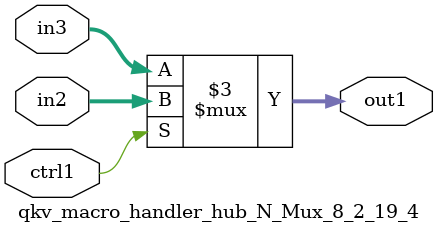
<source format=v>

`timescale 1ps / 1ps


module qkv_macro_handler_hub_N_Mux_8_2_19_4( in3, in2, ctrl1, out1 );

    input [7:0] in3;
    input [7:0] in2;
    input ctrl1;
    output [7:0] out1;
    reg [7:0] out1;

    
    // rtl_process:qkv_macro_handler_hub_N_Mux_8_2_19_4/qkv_macro_handler_hub_N_Mux_8_2_19_4_thread_1
    always @*
      begin : qkv_macro_handler_hub_N_Mux_8_2_19_4_thread_1
        case (ctrl1) 
          1'b1: 
            begin
              out1 = in2;
            end
          default: 
            begin
              out1 = in3;
            end
        endcase
      end

endmodule





</source>
